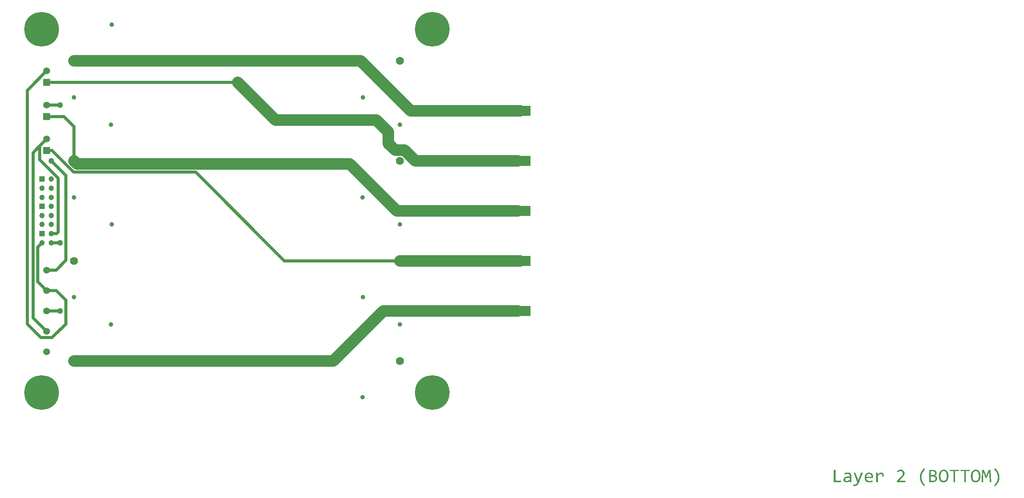
<source format=gbl>
G04*
G04 #@! TF.GenerationSoftware,Altium Limited,Altium Designer,21.2.2 (38)*
G04*
G04 Layer_Physical_Order=2*
G04 Layer_Color=16711680*
%FSLAX25Y25*%
%MOIN*%
G70*
G04*
G04 #@! TF.SameCoordinates,DAC03B0E-16BA-4501-B517-EA695224B78F*
G04*
G04*
G04 #@! TF.FilePolarity,Positive*
G04*
G01*
G75*
%ADD31C,0.05906*%
%ADD32R,0.05906X0.05906*%
%ADD33R,0.04724X0.04724*%
%ADD34C,0.04724*%
%ADD35C,0.07000*%
%ADD36C,0.03937*%
%ADD37C,0.30000*%
%ADD38C,0.02500*%
%ADD39C,0.10000*%
%ADD40C,0.05000*%
%ADD41R,0.16142X0.09055*%
G36*
X698534Y-226598D02*
X698625D01*
X698753Y-226616D01*
X699044Y-226689D01*
X699354Y-226780D01*
X699664Y-226926D01*
X699974Y-227144D01*
X700119Y-227272D01*
X700247Y-227417D01*
X700283Y-227454D01*
X700302Y-227509D01*
X700356Y-227563D01*
X700393Y-227654D01*
X700447Y-227764D01*
X700520Y-227891D01*
X700575Y-228037D01*
X700630Y-228201D01*
X700684Y-228365D01*
X700739Y-228565D01*
X700794Y-228784D01*
X700830Y-229039D01*
X700848Y-229294D01*
X700866Y-229568D01*
Y-229859D01*
X699427D01*
Y-229841D01*
Y-229804D01*
Y-229750D01*
Y-229677D01*
X699409Y-229495D01*
X699391Y-229276D01*
X699354Y-229021D01*
X699299Y-228766D01*
X699208Y-228511D01*
X699099Y-228310D01*
X699081Y-228292D01*
X699044Y-228237D01*
X698953Y-228146D01*
X698844Y-228055D01*
X698698Y-227982D01*
X698534Y-227891D01*
X698334Y-227837D01*
X698097Y-227818D01*
X697988D01*
X697933Y-227837D01*
X697751Y-227855D01*
X697532Y-227928D01*
X697514D01*
X697477Y-227946D01*
X697423Y-227964D01*
X697350Y-228001D01*
X697150Y-228110D01*
X696931Y-228256D01*
X696913Y-228274D01*
X696876Y-228292D01*
X696822Y-228347D01*
X696731Y-228401D01*
X696530Y-228602D01*
X696275Y-228839D01*
X696257Y-228857D01*
X696220Y-228893D01*
X696147Y-228966D01*
X696056Y-229076D01*
X695947Y-229203D01*
X695820Y-229331D01*
X695692Y-229495D01*
X695546Y-229677D01*
Y-234961D01*
X694107D01*
Y-226725D01*
X695400D01*
X695437Y-228256D01*
Y-228237D01*
X695473Y-228219D01*
X695564Y-228110D01*
X695710Y-227964D01*
X695892Y-227764D01*
X696111Y-227563D01*
X696348Y-227345D01*
X696603Y-227144D01*
X696876Y-226980D01*
X696913Y-226962D01*
X697004Y-226926D01*
X697131Y-226853D01*
X697332Y-226780D01*
X697532Y-226707D01*
X697787Y-226634D01*
X698042Y-226598D01*
X698316Y-226579D01*
X698443D01*
X698534Y-226598D01*
D02*
G37*
G36*
X793679Y-234961D02*
X792258D01*
X792039Y-228274D01*
X791948Y-225723D01*
X791438Y-227199D01*
X789853Y-231462D01*
X788851D01*
X787339Y-227363D01*
X786847Y-225723D01*
X786810Y-228383D01*
X786628Y-234961D01*
X785243D01*
X785772Y-224247D01*
X787502D01*
X788942Y-228292D01*
X789416Y-229659D01*
X789853Y-228292D01*
X791383Y-224247D01*
X793169D01*
X793679Y-234961D01*
D02*
G37*
G36*
X679822Y-234086D02*
Y-234104D01*
X679804Y-234141D01*
X679786Y-234195D01*
X679749Y-234268D01*
X679658Y-234487D01*
X679549Y-234742D01*
X679403Y-235033D01*
X679257Y-235362D01*
X679094Y-235689D01*
X678911Y-235999D01*
X678893Y-236036D01*
X678838Y-236127D01*
X678747Y-236291D01*
X678620Y-236473D01*
X678474Y-236691D01*
X678292Y-236910D01*
X678110Y-237129D01*
X677909Y-237347D01*
X677891Y-237366D01*
X677818Y-237439D01*
X677709Y-237530D01*
X677563Y-237639D01*
X677381Y-237767D01*
X677180Y-237894D01*
X676944Y-238003D01*
X676707Y-238113D01*
X676670Y-238131D01*
X676597Y-238149D01*
X676452Y-238186D01*
X676269Y-238240D01*
X676051Y-238295D01*
X675814Y-238331D01*
X675522Y-238350D01*
X675231Y-238368D01*
X674976D01*
X674830Y-238350D01*
X674611D01*
X674466Y-238331D01*
Y-237038D01*
X674502D01*
X674575Y-237056D01*
X674703D01*
X674848Y-237074D01*
X674885D01*
X674994Y-237092D01*
X675140Y-237111D01*
X675450D01*
X675541Y-237092D01*
X675796Y-237056D01*
X676051Y-236983D01*
X676069D01*
X676105Y-236965D01*
X676178Y-236928D01*
X676269Y-236892D01*
X676470Y-236783D01*
X676688Y-236619D01*
X676707Y-236600D01*
X676743Y-236564D01*
X676798Y-236509D01*
X676871Y-236437D01*
X676962Y-236345D01*
X677071Y-236218D01*
X677272Y-235945D01*
X677290Y-235926D01*
X677326Y-235872D01*
X677381Y-235781D01*
X677454Y-235671D01*
X677527Y-235525D01*
X677618Y-235343D01*
X677727Y-235161D01*
X677818Y-234961D01*
X674539Y-226725D01*
X676160D01*
X678237Y-232191D01*
X678656Y-233467D01*
X679130Y-232155D01*
X681061Y-226725D01*
X682628D01*
X679822Y-234086D01*
D02*
G37*
G36*
X774894Y-225486D02*
X771724D01*
Y-234961D01*
X770248D01*
Y-225486D01*
X767078D01*
Y-224247D01*
X774894D01*
Y-225486D01*
D02*
G37*
G36*
X765657D02*
X762487D01*
Y-234961D01*
X761011D01*
Y-225486D01*
X757840D01*
Y-224247D01*
X765657D01*
Y-225486D01*
D02*
G37*
G36*
X743301Y-224266D02*
X743519Y-224284D01*
X743793Y-224320D01*
X744084Y-224393D01*
X744412Y-224466D01*
X744740Y-224575D01*
X745068Y-224703D01*
X745396Y-224885D01*
X745688Y-225085D01*
X745961Y-225341D01*
X746180Y-225650D01*
X746362Y-225996D01*
X746471Y-226397D01*
X746489Y-226616D01*
X746508Y-226853D01*
Y-226871D01*
Y-226889D01*
Y-226998D01*
X746489Y-227162D01*
X746453Y-227363D01*
X746398Y-227600D01*
X746325Y-227855D01*
X746234Y-228110D01*
X746089Y-228347D01*
X746070Y-228365D01*
X746016Y-228456D01*
X745906Y-228565D01*
X745779Y-228693D01*
X745597Y-228839D01*
X745360Y-229003D01*
X745086Y-229148D01*
X744758Y-229276D01*
X744777D01*
X744831Y-229294D01*
X744922Y-229312D01*
X745032Y-229331D01*
X745287Y-229422D01*
X745578Y-229549D01*
X745597D01*
X745651Y-229586D01*
X745724Y-229622D01*
X745815Y-229695D01*
X746034Y-229841D01*
X746252Y-230059D01*
X746271Y-230078D01*
X746307Y-230114D01*
X746362Y-230187D01*
X746416Y-230260D01*
X746489Y-230369D01*
X746562Y-230497D01*
X746708Y-230806D01*
Y-230825D01*
X746744Y-230879D01*
X746763Y-230970D01*
X746799Y-231080D01*
X746836Y-231225D01*
X746854Y-231389D01*
X746890Y-231754D01*
Y-231790D01*
Y-231881D01*
X746872Y-232027D01*
X746854Y-232228D01*
X746817Y-232428D01*
X746763Y-232665D01*
X746690Y-232902D01*
X746580Y-233139D01*
X746562Y-233157D01*
X746526Y-233230D01*
X746453Y-233339D01*
X746362Y-233485D01*
X746252Y-233630D01*
X746107Y-233813D01*
X745943Y-233977D01*
X745742Y-234141D01*
X745724Y-234159D01*
X745651Y-234214D01*
X745524Y-234286D01*
X745378Y-234359D01*
X745178Y-234469D01*
X744959Y-234578D01*
X744704Y-234669D01*
X744412Y-234760D01*
X744376D01*
X744285Y-234797D01*
X744121Y-234815D01*
X743920Y-234851D01*
X743665Y-234888D01*
X743374Y-234924D01*
X743046Y-234942D01*
X742700Y-234961D01*
X739948D01*
Y-224247D01*
X743119D01*
X743301Y-224266D01*
D02*
G37*
G36*
X715661Y-224101D02*
X715843D01*
X716044Y-224138D01*
X716262Y-224174D01*
X716499Y-224229D01*
X716718Y-224302D01*
X716736Y-224320D01*
X716809Y-224338D01*
X716918Y-224393D01*
X717064Y-224466D01*
X717228Y-224557D01*
X717392Y-224648D01*
X717720Y-224921D01*
X717738Y-224940D01*
X717793Y-224994D01*
X717866Y-225085D01*
X717975Y-225195D01*
X718084Y-225341D01*
X718194Y-225504D01*
X718303Y-225687D01*
X718394Y-225905D01*
X718412Y-225923D01*
X718431Y-226015D01*
X718467Y-226124D01*
X718522Y-226288D01*
X718558Y-226488D01*
X718595Y-226707D01*
X718613Y-226944D01*
X718631Y-227217D01*
Y-227235D01*
Y-227326D01*
Y-227436D01*
X718613Y-227600D01*
X718595Y-227764D01*
X718558Y-227964D01*
X718467Y-228365D01*
Y-228383D01*
X718431Y-228456D01*
X718394Y-228565D01*
X718339Y-228693D01*
X718267Y-228857D01*
X718176Y-229039D01*
X717957Y-229422D01*
X717939Y-229440D01*
X717902Y-229513D01*
X717829Y-229604D01*
X717738Y-229750D01*
X717611Y-229914D01*
X717465Y-230096D01*
X717301Y-230296D01*
X717119Y-230497D01*
X717100Y-230515D01*
X717028Y-230588D01*
X716918Y-230697D01*
X716791Y-230843D01*
X716608Y-231025D01*
X716408Y-231225D01*
X716189Y-231462D01*
X715934Y-231699D01*
X714003Y-233594D01*
X719214D01*
Y-234961D01*
X712145D01*
Y-233685D01*
X714896Y-230934D01*
X714932Y-230898D01*
X715005Y-230825D01*
X715133Y-230697D01*
X715297Y-230533D01*
X715479Y-230351D01*
X715661Y-230151D01*
X715843Y-229950D01*
X716007Y-229768D01*
X716025Y-229750D01*
X716080Y-229677D01*
X716153Y-229586D01*
X716244Y-229476D01*
X716353Y-229331D01*
X716463Y-229185D01*
X716663Y-228875D01*
X716681Y-228857D01*
X716700Y-228802D01*
X716754Y-228729D01*
X716809Y-228620D01*
X716918Y-228383D01*
X716991Y-228110D01*
Y-228092D01*
X717009Y-228037D01*
X717028Y-227964D01*
X717046Y-227873D01*
Y-227764D01*
X717064Y-227618D01*
X717082Y-227326D01*
Y-227308D01*
Y-227254D01*
Y-227181D01*
X717064Y-227090D01*
X717046Y-226835D01*
X716973Y-226579D01*
Y-226561D01*
X716955Y-226525D01*
X716936Y-226452D01*
X716900Y-226361D01*
X716791Y-226160D01*
X716645Y-225942D01*
X716627Y-225923D01*
X716608Y-225887D01*
X716554Y-225851D01*
X716499Y-225778D01*
X716299Y-225650D01*
X716062Y-225504D01*
X716044D01*
X716007Y-225486D01*
X715934Y-225450D01*
X715825Y-225413D01*
X715697Y-225395D01*
X715570Y-225359D01*
X715406Y-225341D01*
X715114D01*
X714987Y-225359D01*
X714823Y-225377D01*
X714622Y-225413D01*
X714422Y-225468D01*
X714204Y-225541D01*
X713985Y-225650D01*
X713967Y-225668D01*
X713894Y-225705D01*
X713784Y-225778D01*
X713639Y-225869D01*
X713493Y-225978D01*
X713311Y-226106D01*
X713147Y-226270D01*
X712964Y-226434D01*
X712181Y-225504D01*
X712218Y-225468D01*
X712290Y-225395D01*
X712418Y-225286D01*
X712582Y-225140D01*
X712782Y-224976D01*
X713019Y-224812D01*
X713274Y-224630D01*
X713566Y-224484D01*
X713584D01*
X713602Y-224466D01*
X713712Y-224429D01*
X713875Y-224357D01*
X714094Y-224284D01*
X714367Y-224211D01*
X714677Y-224138D01*
X715023Y-224101D01*
X715406Y-224083D01*
X715534D01*
X715661Y-224101D01*
D02*
G37*
G36*
X669874Y-226598D02*
X670075Y-226616D01*
X670311Y-226652D01*
X670767Y-226743D01*
X670785D01*
X670876Y-226780D01*
X670986Y-226816D01*
X671113Y-226871D01*
X671277Y-226944D01*
X671441Y-227035D01*
X671605Y-227126D01*
X671769Y-227254D01*
X671787Y-227272D01*
X671842Y-227308D01*
X671915Y-227381D01*
X672006Y-227472D01*
X672115Y-227600D01*
X672225Y-227746D01*
X672316Y-227909D01*
X672407Y-228092D01*
X672425Y-228110D01*
X672443Y-228183D01*
X672480Y-228292D01*
X672534Y-228438D01*
X672571Y-228602D01*
X672607Y-228820D01*
X672625Y-229039D01*
X672644Y-229294D01*
Y-234961D01*
X671350D01*
X671314Y-233867D01*
X671277Y-233904D01*
X671204Y-233977D01*
X671059Y-234086D01*
X670894Y-234232D01*
X670676Y-234378D01*
X670457Y-234542D01*
X670202Y-234687D01*
X669947Y-234815D01*
X669911Y-234833D01*
X669820Y-234851D01*
X669692Y-234906D01*
X669510Y-234961D01*
X669291Y-235015D01*
X669036Y-235052D01*
X668781Y-235088D01*
X668490Y-235106D01*
X668380D01*
X668253Y-235088D01*
X668089D01*
X667888Y-235070D01*
X667688Y-235033D01*
X667287Y-234942D01*
X667269D01*
X667214Y-234906D01*
X667123Y-234870D01*
X666995Y-234815D01*
X666740Y-234651D01*
X666467Y-234451D01*
X666449Y-234432D01*
X666412Y-234396D01*
X666358Y-234323D01*
X666285Y-234232D01*
X666212Y-234122D01*
X666121Y-233995D01*
X665993Y-233703D01*
Y-233685D01*
X665975Y-233631D01*
X665957Y-233540D01*
X665920Y-233430D01*
X665902Y-233284D01*
X665866Y-233120D01*
X665848Y-232774D01*
Y-232756D01*
Y-232720D01*
Y-232647D01*
X665866Y-232574D01*
X665884Y-232465D01*
X665902Y-232337D01*
X665957Y-232064D01*
X666066Y-231754D01*
X666230Y-231426D01*
X666339Y-231262D01*
X666467Y-231116D01*
X666595Y-230970D01*
X666759Y-230825D01*
X666777D01*
X666795Y-230788D01*
X666850Y-230752D01*
X666941Y-230715D01*
X667032Y-230661D01*
X667141Y-230606D01*
X667287Y-230533D01*
X667451Y-230460D01*
X667633Y-230406D01*
X667834Y-230333D01*
X668052Y-230278D01*
X668307Y-230223D01*
X668562Y-230187D01*
X668854Y-230151D01*
X669164Y-230114D01*
X671204D01*
Y-229403D01*
Y-229367D01*
Y-229276D01*
X671186Y-229149D01*
X671150Y-228984D01*
X671095Y-228802D01*
X671004Y-228602D01*
X670894Y-228420D01*
X670731Y-228237D01*
X670712Y-228219D01*
X670640Y-228165D01*
X670530Y-228092D01*
X670384Y-228019D01*
X670184Y-227946D01*
X669929Y-227873D01*
X669637Y-227818D01*
X669309Y-227800D01*
X669054D01*
X668872Y-227818D01*
X668653Y-227837D01*
X668435Y-227873D01*
X667925Y-227964D01*
X667888D01*
X667815Y-228001D01*
X667670Y-228037D01*
X667506Y-228074D01*
X667287Y-228146D01*
X667050Y-228219D01*
X666795Y-228310D01*
X666540Y-228401D01*
Y-227108D01*
X666558D01*
X666595Y-227090D01*
X666631Y-227071D01*
X666704Y-227053D01*
X666886Y-226998D01*
X667123Y-226926D01*
X667141D01*
X667178Y-226907D01*
X667251Y-226889D01*
X667342Y-226871D01*
X667579Y-226816D01*
X667834Y-226762D01*
X667852D01*
X667907Y-226743D01*
X667979Y-226725D01*
X668070Y-226707D01*
X668180Y-226689D01*
X668307Y-226671D01*
X668599Y-226634D01*
X668617D01*
X668672Y-226616D01*
X668745D01*
X668854Y-226598D01*
X668982D01*
X669109Y-226579D01*
X669692D01*
X669874Y-226598D01*
D02*
G37*
G36*
X658906Y-233722D02*
X663607D01*
Y-234961D01*
X657430D01*
Y-224247D01*
X658906D01*
Y-233722D01*
D02*
G37*
G36*
X780670Y-224101D02*
X780907Y-224138D01*
X781198Y-224174D01*
X781490Y-224247D01*
X781800Y-224338D01*
X782091Y-224466D01*
X782128Y-224484D01*
X782219Y-224539D01*
X782365Y-224630D01*
X782547Y-224739D01*
X782747Y-224903D01*
X782947Y-225085D01*
X783166Y-225304D01*
X783367Y-225559D01*
X783385Y-225595D01*
X783458Y-225687D01*
X783549Y-225832D01*
X783658Y-226033D01*
X783786Y-226288D01*
X783913Y-226579D01*
X784023Y-226907D01*
X784132Y-227272D01*
Y-227290D01*
X784150Y-227308D01*
Y-227363D01*
X784168Y-227454D01*
X784187Y-227545D01*
X784205Y-227654D01*
X784259Y-227928D01*
X784314Y-228256D01*
X784350Y-228638D01*
X784369Y-229076D01*
X784387Y-229531D01*
Y-229549D01*
Y-229586D01*
Y-229677D01*
Y-229768D01*
X784369Y-229895D01*
Y-230041D01*
X784350Y-230387D01*
X784296Y-230770D01*
X784241Y-231189D01*
X784150Y-231608D01*
X784041Y-232027D01*
Y-232045D01*
X784023Y-232082D01*
X784004Y-232137D01*
X783986Y-232209D01*
X783895Y-232392D01*
X783804Y-232647D01*
X783658Y-232920D01*
X783512Y-233211D01*
X783312Y-233503D01*
X783111Y-233776D01*
X783093Y-233813D01*
X783020Y-233886D01*
X782893Y-234013D01*
X782729Y-234159D01*
X782528Y-234323D01*
X782310Y-234487D01*
X782055Y-234633D01*
X781763Y-234778D01*
X781727Y-234797D01*
X781636Y-234833D01*
X781472Y-234888D01*
X781271Y-234942D01*
X781035Y-234997D01*
X780761Y-235052D01*
X780451Y-235088D01*
X780142Y-235106D01*
X779959D01*
X779777Y-235088D01*
X779522Y-235052D01*
X779249Y-235015D01*
X778939Y-234961D01*
X778629Y-234870D01*
X778338Y-234742D01*
X778301Y-234724D01*
X778210Y-234669D01*
X778065Y-234578D01*
X777901Y-234469D01*
X777682Y-234305D01*
X777482Y-234122D01*
X777263Y-233904D01*
X777063Y-233667D01*
X777044Y-233630D01*
X776971Y-233539D01*
X776880Y-233394D01*
X776771Y-233193D01*
X776662Y-232938D01*
X776534Y-232647D01*
X776425Y-232319D01*
X776315Y-231954D01*
Y-231936D01*
X776297Y-231900D01*
Y-231845D01*
X776279Y-231772D01*
X776261Y-231681D01*
X776243Y-231572D01*
X776206Y-231280D01*
X776152Y-230952D01*
X776115Y-230551D01*
X776097Y-230114D01*
X776079Y-229659D01*
Y-229640D01*
Y-229604D01*
Y-229513D01*
Y-229422D01*
X776097Y-229294D01*
Y-229148D01*
X776115Y-228820D01*
X776152Y-228420D01*
X776224Y-228019D01*
X776297Y-227582D01*
X776407Y-227181D01*
Y-227162D01*
X776425Y-227126D01*
X776443Y-227071D01*
X776461Y-226998D01*
X776534Y-226816D01*
X776643Y-226561D01*
X776771Y-226288D01*
X776935Y-225996D01*
X777117Y-225723D01*
X777318Y-225450D01*
X777336Y-225413D01*
X777427Y-225341D01*
X777536Y-225213D01*
X777700Y-225067D01*
X777901Y-224903D01*
X778137Y-224721D01*
X778393Y-224575D01*
X778666Y-224429D01*
X778702Y-224411D01*
X778793Y-224375D01*
X778957Y-224320D01*
X779158Y-224247D01*
X779395Y-224193D01*
X779686Y-224138D01*
X779978Y-224101D01*
X780306Y-224083D01*
X780470D01*
X780670Y-224101D01*
D02*
G37*
G36*
X752957D02*
X753194Y-224138D01*
X753486Y-224174D01*
X753777Y-224247D01*
X754087Y-224338D01*
X754379Y-224466D01*
X754415Y-224484D01*
X754506Y-224539D01*
X754652Y-224630D01*
X754834Y-224739D01*
X755034Y-224903D01*
X755235Y-225085D01*
X755454Y-225304D01*
X755654Y-225559D01*
X755672Y-225595D01*
X755745Y-225687D01*
X755836Y-225832D01*
X755945Y-226033D01*
X756073Y-226288D01*
X756201Y-226579D01*
X756310Y-226907D01*
X756419Y-227272D01*
Y-227290D01*
X756437Y-227308D01*
Y-227363D01*
X756456Y-227454D01*
X756474Y-227545D01*
X756492Y-227654D01*
X756547Y-227928D01*
X756601Y-228256D01*
X756638Y-228638D01*
X756656Y-229076D01*
X756674Y-229531D01*
Y-229549D01*
Y-229586D01*
Y-229677D01*
Y-229768D01*
X756656Y-229895D01*
Y-230041D01*
X756638Y-230387D01*
X756583Y-230770D01*
X756529Y-231189D01*
X756437Y-231608D01*
X756328Y-232027D01*
Y-232045D01*
X756310Y-232082D01*
X756292Y-232137D01*
X756274Y-232209D01*
X756182Y-232392D01*
X756091Y-232647D01*
X755945Y-232920D01*
X755800Y-233211D01*
X755599Y-233503D01*
X755399Y-233776D01*
X755381Y-233813D01*
X755308Y-233886D01*
X755180Y-234013D01*
X755016Y-234159D01*
X754816Y-234323D01*
X754597Y-234487D01*
X754342Y-234633D01*
X754051Y-234778D01*
X754014Y-234797D01*
X753923Y-234833D01*
X753759Y-234888D01*
X753559Y-234942D01*
X753322Y-234997D01*
X753049Y-235052D01*
X752739Y-235088D01*
X752429Y-235106D01*
X752247D01*
X752065Y-235088D01*
X751810Y-235052D01*
X751536Y-235015D01*
X751227Y-234961D01*
X750917Y-234870D01*
X750625Y-234742D01*
X750589Y-234724D01*
X750498Y-234669D01*
X750352Y-234578D01*
X750188Y-234469D01*
X749969Y-234305D01*
X749769Y-234122D01*
X749550Y-233904D01*
X749350Y-233667D01*
X749332Y-233630D01*
X749259Y-233539D01*
X749168Y-233394D01*
X749058Y-233193D01*
X748949Y-232938D01*
X748821Y-232647D01*
X748712Y-232319D01*
X748603Y-231954D01*
Y-231936D01*
X748585Y-231900D01*
Y-231845D01*
X748566Y-231772D01*
X748548Y-231681D01*
X748530Y-231572D01*
X748493Y-231280D01*
X748439Y-230952D01*
X748402Y-230551D01*
X748384Y-230114D01*
X748366Y-229659D01*
Y-229640D01*
Y-229604D01*
Y-229513D01*
Y-229422D01*
X748384Y-229294D01*
Y-229148D01*
X748402Y-228820D01*
X748439Y-228420D01*
X748512Y-228019D01*
X748585Y-227582D01*
X748694Y-227181D01*
Y-227162D01*
X748712Y-227126D01*
X748730Y-227071D01*
X748749Y-226998D01*
X748821Y-226816D01*
X748931Y-226561D01*
X749058Y-226288D01*
X749222Y-225996D01*
X749404Y-225723D01*
X749605Y-225450D01*
X749623Y-225413D01*
X749714Y-225341D01*
X749824Y-225213D01*
X749988Y-225067D01*
X750188Y-224903D01*
X750425Y-224721D01*
X750680Y-224575D01*
X750953Y-224429D01*
X750990Y-224411D01*
X751081Y-224375D01*
X751245Y-224320D01*
X751445Y-224247D01*
X751682Y-224193D01*
X751973Y-224138D01*
X752265Y-224101D01*
X752593Y-224083D01*
X752757D01*
X752957Y-224101D01*
D02*
G37*
G36*
X688240Y-226598D02*
X688440Y-226616D01*
X688677Y-226652D01*
X688932Y-226689D01*
X689187Y-226762D01*
X689442Y-226853D01*
X689479Y-226871D01*
X689552Y-226907D01*
X689679Y-226962D01*
X689843Y-227053D01*
X690007Y-227163D01*
X690208Y-227290D01*
X690390Y-227454D01*
X690572Y-227636D01*
X690590Y-227654D01*
X690645Y-227727D01*
X690736Y-227837D01*
X690827Y-227964D01*
X690937Y-228146D01*
X691064Y-228347D01*
X691173Y-228584D01*
X691264Y-228839D01*
X691283Y-228875D01*
X691301Y-228966D01*
X691337Y-229112D01*
X691392Y-229294D01*
X691429Y-229531D01*
X691465Y-229786D01*
X691483Y-230078D01*
X691501Y-230406D01*
Y-230424D01*
Y-230460D01*
Y-230515D01*
Y-230588D01*
Y-230752D01*
X691483Y-230934D01*
Y-230970D01*
Y-231062D01*
Y-231171D01*
X691465Y-231298D01*
X685689Y-231298D01*
Y-231317D01*
Y-231353D01*
Y-231426D01*
X685707Y-231499D01*
Y-231608D01*
X685726Y-231736D01*
X685780Y-232027D01*
X685853Y-232337D01*
X685981Y-232665D01*
X686145Y-232975D01*
X686381Y-233248D01*
X686418Y-233284D01*
X686509Y-233357D01*
X686673Y-233467D01*
X686910Y-233576D01*
X687201Y-233703D01*
X687548Y-233813D01*
X687949Y-233886D01*
X688422Y-233922D01*
X688878D01*
X689133Y-233904D01*
X689187D01*
X689260Y-233886D01*
X689351D01*
X689588Y-233849D01*
X689825Y-233831D01*
X689843D01*
X689880Y-233813D01*
X689953D01*
X690044Y-233794D01*
X690244Y-233758D01*
X690481Y-233722D01*
X690499D01*
X690536Y-233703D01*
X690590Y-233685D01*
X690663Y-233667D01*
X690864Y-233631D01*
X691064Y-233576D01*
Y-234742D01*
X691046D01*
X690955Y-234760D01*
X690845Y-234797D01*
X690682Y-234833D01*
X690481Y-234870D01*
X690262Y-234924D01*
X690007Y-234961D01*
X689734Y-234997D01*
X689698D01*
X689607Y-235015D01*
X689461Y-235033D01*
X689279Y-235052D01*
X689042Y-235070D01*
X688787Y-235088D01*
X688513Y-235106D01*
X688040D01*
X687839Y-235088D01*
X687602Y-235070D01*
X687311Y-235033D01*
X687001Y-234997D01*
X686691Y-234924D01*
X686400Y-234833D01*
X686363Y-234815D01*
X686272Y-234778D01*
X686127Y-234705D01*
X685962Y-234614D01*
X685762Y-234505D01*
X685543Y-234359D01*
X685343Y-234195D01*
X685143Y-233995D01*
X685124Y-233977D01*
X685070Y-233904D01*
X684979Y-233776D01*
X684869Y-233631D01*
X684742Y-233430D01*
X684632Y-233211D01*
X684505Y-232938D01*
X684414Y-232665D01*
Y-232647D01*
Y-232628D01*
X684377Y-232519D01*
X684341Y-232355D01*
X684305Y-232137D01*
X684268Y-231863D01*
X684232Y-231572D01*
X684213Y-231225D01*
X684195Y-230861D01*
Y-230843D01*
Y-230825D01*
Y-230715D01*
X684213Y-230551D01*
X684232Y-230333D01*
X684250Y-230096D01*
X684305Y-229823D01*
X684359Y-229531D01*
X684432Y-229240D01*
Y-229221D01*
X684450Y-229203D01*
X684487Y-229112D01*
X684541Y-228966D01*
X684614Y-228766D01*
X684724Y-228565D01*
X684851Y-228328D01*
X684997Y-228092D01*
X685161Y-227873D01*
X685179Y-227855D01*
X685252Y-227782D01*
X685361Y-227673D01*
X685489Y-227527D01*
X685671Y-227381D01*
X685871Y-227217D01*
X686090Y-227071D01*
X686345Y-226926D01*
X686381Y-226907D01*
X686473Y-226871D01*
X686618Y-226816D01*
X686801Y-226743D01*
X687038Y-226689D01*
X687311Y-226634D01*
X687602Y-226598D01*
X687930Y-226579D01*
X688076D01*
X688240Y-226598D01*
D02*
G37*
G36*
X797086Y-222771D02*
X797105Y-222790D01*
X797159Y-222844D01*
X797232Y-222917D01*
X797323Y-223008D01*
X797414Y-223099D01*
X797669Y-223373D01*
X797943Y-223701D01*
X798271Y-224083D01*
X798617Y-224539D01*
X798963Y-225049D01*
X799309Y-225595D01*
X799655Y-226197D01*
X799983Y-226853D01*
X800275Y-227527D01*
X800512Y-228237D01*
X800694Y-228984D01*
X800767Y-229367D01*
X800821Y-229750D01*
X800840Y-230151D01*
X800858Y-230551D01*
Y-230570D01*
Y-230588D01*
Y-230643D01*
Y-230697D01*
Y-230879D01*
X800840Y-231116D01*
X800821Y-231389D01*
X800785Y-231699D01*
X800730Y-232045D01*
X800676Y-232392D01*
Y-232410D01*
Y-232428D01*
X800657Y-232483D01*
X800639Y-232556D01*
X800603Y-232738D01*
X800530Y-232993D01*
X800439Y-233284D01*
X800329Y-233612D01*
X800202Y-233959D01*
X800056Y-234323D01*
Y-234341D01*
X800038Y-234359D01*
X800020Y-234414D01*
X799983Y-234487D01*
X799874Y-234687D01*
X799746Y-234942D01*
X799582Y-235252D01*
X799364Y-235580D01*
X799145Y-235945D01*
X798872Y-236327D01*
Y-236345D01*
X798835Y-236382D01*
X798799Y-236436D01*
X798744Y-236509D01*
X798671Y-236600D01*
X798580Y-236710D01*
X798362Y-236983D01*
X798107Y-237293D01*
X797797Y-237639D01*
X797432Y-238022D01*
X797032Y-238404D01*
X796212Y-237548D01*
X796230Y-237530D01*
X796285Y-237475D01*
X796357Y-237384D01*
X796467Y-237275D01*
X796613Y-237129D01*
X796758Y-236947D01*
X796922Y-236764D01*
X797105Y-236546D01*
X797287Y-236309D01*
X797487Y-236054D01*
X797888Y-235489D01*
X798252Y-234888D01*
X798416Y-234560D01*
X798580Y-234250D01*
X798598Y-234232D01*
X798617Y-234177D01*
X798653Y-234086D01*
X798708Y-233959D01*
X798763Y-233794D01*
X798835Y-233612D01*
X798908Y-233394D01*
X798981Y-233157D01*
X799054Y-232902D01*
X799127Y-232628D01*
X799254Y-232009D01*
X799346Y-231353D01*
X799382Y-231007D01*
Y-230661D01*
Y-230643D01*
Y-230624D01*
Y-230570D01*
Y-230479D01*
X799364Y-230387D01*
Y-230278D01*
X799327Y-230005D01*
X799291Y-229659D01*
X799218Y-229258D01*
X799109Y-228820D01*
X798981Y-228328D01*
X798817Y-227800D01*
X798617Y-227235D01*
X798344Y-226652D01*
X798052Y-226051D01*
X797687Y-225450D01*
X797250Y-224849D01*
X796776Y-224229D01*
X796503Y-223938D01*
X796212Y-223646D01*
X797068Y-222753D01*
X797086Y-222771D01*
D02*
G37*
G36*
X736523Y-223610D02*
X736486Y-223646D01*
X736395Y-223755D01*
X736232Y-223919D01*
X736031Y-224156D01*
X735776Y-224448D01*
X735521Y-224794D01*
X735229Y-225213D01*
X734938Y-225650D01*
X734628Y-226142D01*
X734337Y-226689D01*
X734082Y-227254D01*
X733826Y-227873D01*
X733626Y-228511D01*
X733480Y-229167D01*
X733371Y-229859D01*
X733353Y-230205D01*
X733334Y-230570D01*
Y-230588D01*
Y-230661D01*
Y-230752D01*
X733353Y-230898D01*
Y-231062D01*
X733371Y-231262D01*
X733407Y-231481D01*
X733444Y-231736D01*
X733480Y-232009D01*
X733535Y-232282D01*
X733681Y-232902D01*
X733881Y-233558D01*
X733990Y-233886D01*
X734136Y-234214D01*
X734154Y-234232D01*
X734173Y-234286D01*
X734227Y-234378D01*
X734282Y-234505D01*
X734373Y-234669D01*
X734482Y-234851D01*
X734592Y-235052D01*
X734737Y-235289D01*
X734901Y-235525D01*
X735065Y-235781D01*
X735266Y-236054D01*
X735485Y-236345D01*
X735721Y-236637D01*
X735958Y-236928D01*
X736232Y-237220D01*
X736523Y-237511D01*
X735648Y-238404D01*
X735630Y-238386D01*
X735612Y-238368D01*
X735557Y-238313D01*
X735485Y-238240D01*
X735393Y-238149D01*
X735302Y-238058D01*
X735065Y-237785D01*
X734774Y-237457D01*
X734464Y-237074D01*
X734118Y-236619D01*
X733772Y-236127D01*
X733407Y-235580D01*
X733079Y-234979D01*
X732752Y-234341D01*
X732460Y-233667D01*
X732223Y-232956D01*
X732041Y-232228D01*
X731968Y-231845D01*
X731913Y-231462D01*
X731895Y-231080D01*
X731877Y-230679D01*
Y-230661D01*
Y-230624D01*
Y-230588D01*
Y-230515D01*
X731895Y-230314D01*
Y-230059D01*
X731931Y-229750D01*
X731968Y-229422D01*
X732004Y-229057D01*
X732077Y-228693D01*
Y-228675D01*
X732095Y-228657D01*
Y-228602D01*
X732114Y-228529D01*
X732168Y-228328D01*
X732241Y-228074D01*
X732314Y-227782D01*
X732423Y-227454D01*
X732569Y-227090D01*
X732715Y-226725D01*
Y-226707D01*
X732733Y-226671D01*
X732770Y-226634D01*
X732806Y-226561D01*
X732897Y-226361D01*
X733043Y-226106D01*
X733207Y-225796D01*
X733407Y-225468D01*
X733644Y-225104D01*
X733899Y-224739D01*
Y-224721D01*
X733936Y-224685D01*
X733972Y-224648D01*
X734027Y-224575D01*
X734191Y-224375D01*
X734391Y-224120D01*
X734664Y-223810D01*
X734956Y-223482D01*
X735302Y-223118D01*
X735685Y-222753D01*
X736523Y-223610D01*
D02*
G37*
%LPC*%
G36*
X743119Y-225486D02*
X741406D01*
Y-228820D01*
X743027D01*
X743137Y-228802D01*
X743283Y-228802D01*
X743428Y-228784D01*
X743738Y-228729D01*
X743756D01*
X743811Y-228711D01*
X743884Y-228675D01*
X743975Y-228638D01*
X744194Y-228547D01*
X744430Y-228401D01*
X744449Y-228383D01*
X744485Y-228365D01*
X744594Y-228256D01*
X744740Y-228074D01*
X744886Y-227855D01*
Y-227837D01*
X744904Y-227800D01*
X744941Y-227727D01*
X744977Y-227618D01*
X744995Y-227509D01*
X745032Y-227363D01*
X745050Y-227053D01*
Y-227035D01*
Y-226998D01*
Y-226944D01*
X745032Y-226853D01*
X745014Y-226671D01*
X744941Y-226452D01*
Y-226434D01*
X744922Y-226397D01*
X744904Y-226343D01*
X744868Y-226288D01*
X744758Y-226124D01*
X744594Y-225960D01*
X744576Y-225942D01*
X744558Y-225923D01*
X744503Y-225887D01*
X744430Y-225832D01*
X744339Y-225778D01*
X744212Y-225723D01*
X744084Y-225668D01*
X743938Y-225614D01*
X743920D01*
X743866Y-225595D01*
X743775Y-225577D01*
X743647Y-225541D01*
X743501Y-225523D01*
X743319Y-225504D01*
X743119Y-225486D01*
D02*
G37*
G36*
X743100Y-230041D02*
X741406D01*
Y-233722D01*
X743137D01*
X743246Y-233703D01*
X743374D01*
X743647Y-233667D01*
X743957Y-233612D01*
X744267Y-233521D01*
X744558Y-233412D01*
X744813Y-233266D01*
X744831Y-233248D01*
X744904Y-233175D01*
X745014Y-233066D01*
X745123Y-232902D01*
X745232Y-232701D01*
X745341Y-232446D01*
X745414Y-232155D01*
X745433Y-231809D01*
Y-231790D01*
Y-231736D01*
Y-231663D01*
X745414Y-231572D01*
X745360Y-231335D01*
X745250Y-231080D01*
Y-231062D01*
X745214Y-231025D01*
X745178Y-230970D01*
X745123Y-230879D01*
X744977Y-230715D01*
X744758Y-230533D01*
X744740Y-230515D01*
X744704Y-230497D01*
X744631Y-230442D01*
X744540Y-230406D01*
X744412Y-230333D01*
X744285Y-230278D01*
X743957Y-230169D01*
X743938D01*
X743866Y-230151D01*
X743775Y-230132D01*
X743647Y-230096D01*
X743483Y-230078D01*
X743301Y-230059D01*
X743100Y-230041D01*
D02*
G37*
G36*
X671204Y-231207D02*
X669200D01*
X669072Y-231225D01*
X668781Y-231244D01*
X668471Y-231317D01*
X668453D01*
X668417Y-231335D01*
X668344Y-231353D01*
X668253Y-231389D01*
X668034Y-231499D01*
X667834Y-231626D01*
X667815D01*
X667797Y-231663D01*
X667706Y-231754D01*
X667579Y-231918D01*
X667469Y-232100D01*
Y-232118D01*
X667451Y-232155D01*
X667433Y-232209D01*
X667415Y-232282D01*
X667378Y-232483D01*
X667360Y-232720D01*
Y-232738D01*
Y-232756D01*
X667378Y-232865D01*
X667396Y-233011D01*
X667433Y-233175D01*
Y-233193D01*
X667451Y-233211D01*
X667487Y-233303D01*
X667560Y-233430D01*
X667670Y-233576D01*
X667706Y-233594D01*
X667779Y-233667D01*
X667925Y-233758D01*
X668089Y-233831D01*
X668107D01*
X668143Y-233849D01*
X668198Y-233867D01*
X668271D01*
X668471Y-233904D01*
X668726Y-233922D01*
X668818D01*
X668909Y-233904D01*
X669054Y-233886D01*
X669218Y-233849D01*
X669419Y-233794D01*
X669619Y-233722D01*
X669856Y-233631D01*
X669893Y-233612D01*
X669965Y-233576D01*
X670093Y-233503D01*
X670257Y-233394D01*
X670457Y-233266D01*
X670694Y-233102D01*
X670949Y-232920D01*
X671204Y-232683D01*
Y-231207D01*
D02*
G37*
G36*
X780215Y-225359D02*
X780105D01*
X779959Y-225377D01*
X779796Y-225395D01*
X779613Y-225450D01*
X779395Y-225504D01*
X779194Y-225595D01*
X778994Y-225705D01*
X778976Y-225723D01*
X778921Y-225760D01*
X778830Y-225832D01*
X778702Y-225942D01*
X778575Y-226069D01*
X778447Y-226233D01*
X778301Y-226415D01*
X778174Y-226616D01*
X778156Y-226634D01*
X778119Y-226707D01*
X778065Y-226835D01*
X777992Y-226998D01*
X777919Y-227181D01*
X777828Y-227417D01*
X777755Y-227673D01*
X777682Y-227946D01*
Y-227982D01*
X777664Y-228074D01*
X777645Y-228237D01*
X777609Y-228438D01*
X777591Y-228675D01*
X777554Y-228948D01*
X777536Y-229258D01*
Y-229568D01*
Y-229586D01*
Y-229604D01*
Y-229659D01*
Y-229731D01*
Y-229914D01*
X777554Y-230132D01*
X777573Y-230406D01*
X777591Y-230697D01*
X777682Y-231317D01*
Y-231353D01*
X777718Y-231444D01*
X777737Y-231590D01*
X777791Y-231772D01*
X777864Y-231991D01*
X777937Y-232209D01*
X778028Y-232446D01*
X778137Y-232665D01*
X778156Y-232683D01*
X778192Y-232756D01*
X778265Y-232847D01*
X778374Y-232975D01*
X778484Y-233120D01*
X778629Y-233248D01*
X778793Y-233394D01*
X778976Y-233521D01*
X778994Y-233539D01*
X779067Y-233576D01*
X779176Y-233612D01*
X779322Y-233667D01*
X779504Y-233740D01*
X779723Y-233776D01*
X779959Y-233813D01*
X780215Y-233831D01*
X780342D01*
X780470Y-233813D01*
X780634Y-233794D01*
X780834Y-233758D01*
X781035Y-233685D01*
X781235Y-233612D01*
X781435Y-233503D01*
X781454Y-233485D01*
X781526Y-233448D01*
X781617Y-233376D01*
X781727Y-233266D01*
X781873Y-233139D01*
X782000Y-232993D01*
X782146Y-232811D01*
X782273Y-232610D01*
X782292Y-232592D01*
X782328Y-232501D01*
X782383Y-232392D01*
X782456Y-232228D01*
X782547Y-232027D01*
X782620Y-231809D01*
X782692Y-231554D01*
X782765Y-231280D01*
Y-231244D01*
X782784Y-231153D01*
X782820Y-230989D01*
X782857Y-230788D01*
X782875Y-230551D01*
X782911Y-230260D01*
X782929Y-229968D01*
Y-229640D01*
Y-229622D01*
Y-229604D01*
Y-229549D01*
Y-229476D01*
Y-229294D01*
X782911Y-229076D01*
X782893Y-228802D01*
X782857Y-228511D01*
X782765Y-227909D01*
Y-227891D01*
Y-227873D01*
X782747Y-227782D01*
X782711Y-227636D01*
X782656Y-227454D01*
X782583Y-227235D01*
X782510Y-227017D01*
X782401Y-226780D01*
X782292Y-226561D01*
X782273Y-226543D01*
X782237Y-226470D01*
X782164Y-226361D01*
X782073Y-226233D01*
X781945Y-226106D01*
X781800Y-225960D01*
X781636Y-225814D01*
X781454Y-225687D01*
X781435Y-225668D01*
X781362Y-225632D01*
X781253Y-225577D01*
X781107Y-225523D01*
X780925Y-225468D01*
X780725Y-225413D01*
X780470Y-225377D01*
X780215Y-225359D01*
D02*
G37*
G36*
X752502D02*
X752393D01*
X752247Y-225377D01*
X752083Y-225395D01*
X751901Y-225450D01*
X751682Y-225504D01*
X751482Y-225595D01*
X751281Y-225705D01*
X751263Y-225723D01*
X751208Y-225760D01*
X751117Y-225832D01*
X750990Y-225942D01*
X750862Y-226069D01*
X750735Y-226233D01*
X750589Y-226415D01*
X750461Y-226616D01*
X750443Y-226634D01*
X750407Y-226707D01*
X750352Y-226835D01*
X750279Y-226998D01*
X750206Y-227181D01*
X750115Y-227417D01*
X750042Y-227673D01*
X749969Y-227946D01*
Y-227982D01*
X749951Y-228074D01*
X749933Y-228237D01*
X749896Y-228438D01*
X749878Y-228675D01*
X749842Y-228948D01*
X749824Y-229258D01*
Y-229568D01*
Y-229586D01*
Y-229604D01*
Y-229659D01*
Y-229731D01*
Y-229914D01*
X749842Y-230132D01*
X749860Y-230406D01*
X749878Y-230697D01*
X749969Y-231317D01*
Y-231353D01*
X750006Y-231444D01*
X750024Y-231590D01*
X750079Y-231772D01*
X750152Y-231991D01*
X750224Y-232209D01*
X750316Y-232446D01*
X750425Y-232665D01*
X750443Y-232683D01*
X750480Y-232756D01*
X750552Y-232847D01*
X750662Y-232975D01*
X750771Y-233120D01*
X750917Y-233248D01*
X751081Y-233394D01*
X751263Y-233521D01*
X751281Y-233539D01*
X751354Y-233576D01*
X751463Y-233612D01*
X751609Y-233667D01*
X751791Y-233740D01*
X752010Y-233776D01*
X752247Y-233813D01*
X752502Y-233831D01*
X752630D01*
X752757Y-233813D01*
X752921Y-233794D01*
X753121Y-233758D01*
X753322Y-233685D01*
X753522Y-233612D01*
X753723Y-233503D01*
X753741Y-233485D01*
X753814Y-233448D01*
X753905Y-233376D01*
X754014Y-233266D01*
X754160Y-233139D01*
X754287Y-232993D01*
X754433Y-232811D01*
X754561Y-232610D01*
X754579Y-232592D01*
X754615Y-232501D01*
X754670Y-232392D01*
X754743Y-232228D01*
X754834Y-232027D01*
X754907Y-231809D01*
X754980Y-231554D01*
X755053Y-231280D01*
Y-231244D01*
X755071Y-231153D01*
X755107Y-230989D01*
X755144Y-230788D01*
X755162Y-230551D01*
X755198Y-230260D01*
X755217Y-229968D01*
Y-229640D01*
Y-229622D01*
Y-229604D01*
Y-229549D01*
Y-229476D01*
Y-229294D01*
X755198Y-229076D01*
X755180Y-228802D01*
X755144Y-228511D01*
X755053Y-227909D01*
Y-227891D01*
Y-227873D01*
X755034Y-227782D01*
X754998Y-227636D01*
X754943Y-227454D01*
X754871Y-227235D01*
X754798Y-227017D01*
X754688Y-226780D01*
X754579Y-226561D01*
X754561Y-226543D01*
X754524Y-226470D01*
X754452Y-226361D01*
X754360Y-226233D01*
X754233Y-226106D01*
X754087Y-225960D01*
X753923Y-225814D01*
X753741Y-225687D01*
X753723Y-225668D01*
X753650Y-225632D01*
X753541Y-225577D01*
X753395Y-225523D01*
X753212Y-225468D01*
X753012Y-225413D01*
X752757Y-225377D01*
X752502Y-225359D01*
D02*
G37*
G36*
X688058Y-227727D02*
X687693D01*
X687584Y-227746D01*
X687457Y-227764D01*
X687311Y-227800D01*
X687001Y-227909D01*
X686983D01*
X686946Y-227946D01*
X686873Y-227982D01*
X686782Y-228037D01*
X686564Y-228201D01*
X686345Y-228420D01*
X686327Y-228438D01*
X686309Y-228474D01*
X686254Y-228547D01*
X686181Y-228638D01*
X686108Y-228748D01*
X686035Y-228893D01*
X685890Y-229203D01*
Y-229221D01*
X685871Y-229276D01*
X685835Y-229367D01*
X685799Y-229495D01*
X685762Y-229640D01*
X685744Y-229823D01*
X685689Y-230205D01*
X690026Y-230205D01*
Y-230187D01*
Y-230114D01*
Y-230005D01*
Y-229877D01*
X690007Y-229731D01*
X689989Y-229568D01*
X689898Y-229221D01*
Y-229203D01*
X689880Y-229148D01*
X689843Y-229057D01*
X689807Y-228948D01*
X689679Y-228693D01*
X689497Y-228438D01*
X689479Y-228420D01*
X689442Y-228383D01*
X689388Y-228328D01*
X689315Y-228256D01*
X689206Y-228165D01*
X689096Y-228092D01*
X688805Y-227928D01*
X688787Y-227909D01*
X688732Y-227891D01*
X688641Y-227855D01*
X688531Y-227818D01*
X688404Y-227782D01*
X688240Y-227764D01*
X688058Y-227727D01*
D02*
G37*
%LPD*%
D31*
X-23622Y-122047D02*
D03*
Y-51181D02*
D03*
Y-104331D02*
D03*
Y-86614D02*
D03*
Y-68898D02*
D03*
Y62165D02*
D03*
Y91535D02*
D03*
Y121221D02*
D03*
D32*
Y52165D02*
D03*
Y81535D02*
D03*
Y111221D02*
D03*
D33*
X-27559Y-19685D02*
D03*
Y3937D02*
D03*
Y27559D02*
D03*
D34*
X-19685Y-19685D02*
D03*
X-27559Y-27559D02*
D03*
X-19685D02*
D03*
Y3937D02*
D03*
X-27559Y-3937D02*
D03*
X-19685D02*
D03*
X-27559Y-11811D02*
D03*
X-19685D02*
D03*
Y27559D02*
D03*
X-27559Y19685D02*
D03*
X-19685D02*
D03*
X-27559Y11811D02*
D03*
X-19685D02*
D03*
D35*
X282200Y129921D02*
D03*
X0D02*
D03*
X282198Y43307D02*
D03*
X-2D02*
D03*
Y-43307D02*
D03*
X282198D02*
D03*
X-2Y-129921D02*
D03*
X282198D02*
D03*
D36*
X250100Y98421D02*
D03*
X32600Y161421D02*
D03*
X0Y98421D02*
D03*
X282198Y74807D02*
D03*
X249598Y11807D02*
D03*
X32098Y74807D02*
D03*
X-2Y11807D02*
D03*
Y-74807D02*
D03*
X32598Y-11807D02*
D03*
X250098Y-74807D02*
D03*
X282198Y-11807D02*
D03*
X32098Y-98421D02*
D03*
X249598Y-161421D02*
D03*
X282198Y-98421D02*
D03*
D37*
X310070Y-157480D02*
D03*
Y157480D02*
D03*
X-27870D02*
D03*
Y-157480D02*
D03*
D38*
X182146Y-43307D02*
X282200D01*
X105300Y33539D02*
X182146Y-43307D01*
X-202Y33539D02*
X105300D01*
X-18828Y52165D02*
X-202Y33539D01*
X-23622Y52165D02*
X-18828D01*
X-28482Y-109843D02*
X-18898D01*
X-40354Y-97970D02*
Y104488D01*
Y-97970D02*
X-28482Y-109843D01*
X-23622Y-68898D02*
X-15428D01*
X-7087Y-77239D01*
Y-98032D02*
Y-77239D01*
X-18898Y-109843D02*
X-7087Y-98032D01*
X-35433Y-92520D02*
X-23622Y-104331D01*
X-31247Y-61273D02*
X-23622Y-68898D01*
X-15428Y-51181D02*
X-6898Y-42651D01*
X-19685Y43307D02*
X-6898Y30520D01*
Y-42651D02*
Y30520D01*
X-29528Y44215D02*
X-13601Y28288D01*
X-15065Y-19685D02*
X-13601Y-18221D01*
X-19685Y-19685D02*
X-15065D01*
X-13601Y-18221D02*
Y28288D01*
X-35433Y-92520D02*
X-35433Y50354D01*
X-31247Y-61273D02*
Y-31247D01*
X-27559Y-27559D01*
X-19685D02*
X-11811D01*
X-29528Y44215D02*
Y56260D01*
X-23622Y62165D01*
X-35433Y50354D02*
X-29528Y56260D01*
X-23622Y-51181D02*
X-15428D01*
X-23622Y111221D02*
X141732D01*
X-23622Y81535D02*
X-8701D01*
X-40354Y104488D02*
X-23622Y121221D01*
Y-86614D02*
X-11811D01*
X-23622Y91535D02*
X-11811D01*
X-19685Y11811D02*
X-19685D01*
X0Y43307D02*
Y72835D01*
X-8701Y81535D02*
X0Y72835D01*
D39*
X-2Y-129921D02*
X224410D01*
X267717Y-86614D02*
X383937D01*
X224410Y-129921D02*
X267717Y-86614D01*
X272200Y58465D02*
X278058Y52607D01*
X286052D01*
X295352Y43307D01*
X383937D01*
X272200Y58465D02*
Y68351D01*
X238637Y40589D02*
X279226Y0D01*
X261811Y78740D02*
X272200Y68351D01*
X2718Y40589D02*
X238637D01*
X0Y43307D02*
X2718Y40589D01*
X279226Y0D02*
X383937D01*
X0Y129921D02*
X248031D01*
X291339Y86614D02*
X386054D01*
X248031Y129921D02*
X291339Y86614D01*
X282200Y-43307D02*
X386054D01*
X141732Y111221D02*
X174213Y78740D01*
X261811Y78740D01*
D40*
X-11811Y-27559D02*
D03*
X-19685Y43307D02*
D03*
X141732Y111221D02*
D03*
X-11811Y91535D02*
D03*
Y-86614D02*
D03*
D41*
X387008Y86614D02*
D03*
Y43307D02*
D03*
Y0D02*
D03*
Y-43307D02*
D03*
Y-86614D02*
D03*
M02*

</source>
